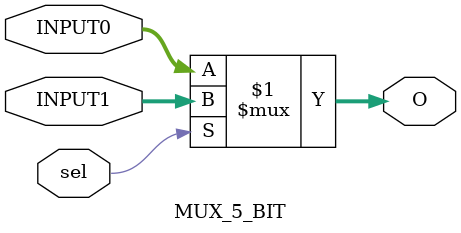
<source format=v>
`timescale 1ns / 1ps
module MUX_5_BIT(
    input  [4:0] INPUT0,
    input  [4:0] INPUT1,
    input  sel,
    output [4:0] O
    );

assign O = (sel) ? INPUT1:INPUT0;

endmodule




</source>
